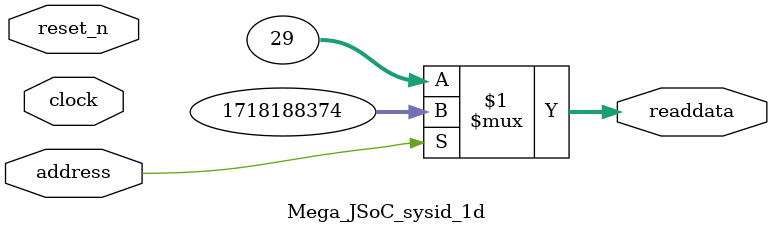
<source format=v>

`timescale 1ns / 1ps
// synthesis translate_on

// turn off superfluous verilog processor warnings 
// altera message_level Level1 
// altera message_off 10034 10035 10036 10037 10230 10240 10030 

module Mega_JSoC_sysid_1d (
               // inputs:
                address,
                clock,
                reset_n,

               // outputs:
                readdata
             )
;

  output  [ 31: 0] readdata;
  input            address;
  input            clock;
  input            reset_n;

  wire    [ 31: 0] readdata;
  //control_slave, which is an e_avalon_slave
  assign readdata = address ? 1718188374 : 29;

endmodule




</source>
